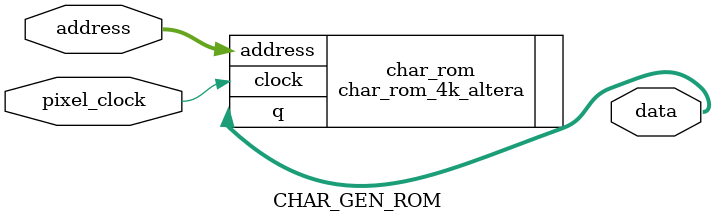
<source format=v>
module CHAR_GEN_ROM
(
	pixel_clock,
	address,
	data
);

input				pixel_clock;
input		[11:0]	address;
output wire [7:0] 	data;

// Character generator
char_rom_4k_altera char_rom(
	.address(address),
	.clock(pixel_clock),
	.q(data)
);

endmodule //CHAR_GEN_ROM

</source>
